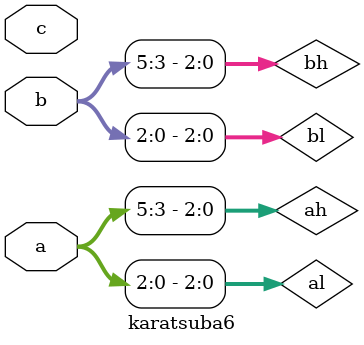
<source format=v>
`timescale 1ns / 1ps

// This module calculates c(x) = a(x)*b(x) using Karatsuba's Multiplication Technique
// where a(x),b(x) are 6-bit binary numbers
 
module karatsuba6(
    input [5:0] a,
    input [5:0] b,
    input [10:0] c
    );
 wire[2:0] al,ah, bl, bh;
 wire[4:0] p1, p2, p3, t;
 assign ah = a[5:3];
 assign al = a[2:0];
 assign bh = b[5:3];
 assign bl = b[2:0];
 
 karatsuba3 ks31(al,bl,p1);
 karatsuba3 ks33(ah,bh,p3);
 karatsuba3 ks32(al^ah,bl^bh,p2);
 
 assign t = p2^p1^p3;
 assign c = {p3,{6{1'b0}}}^{3'b000,t,3'b000}^{{6{1'b0}},p1};   
    
endmodule

</source>
